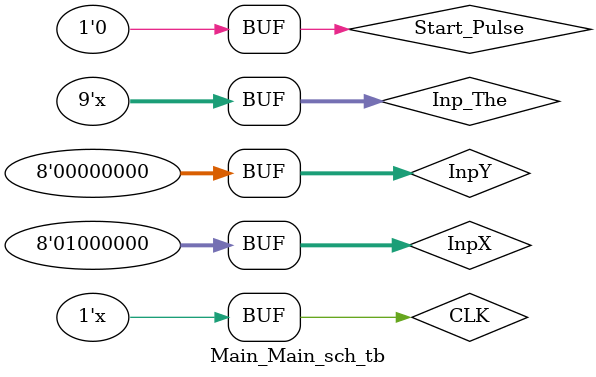
<source format=v>

`timescale 1ns / 1ps

module Main_Main_sch_tb();

// Inputs
   reg CLK;
   reg [8:0] Inp_The;
   reg [7:0] InpY;
   reg [7:0] InpX;
   reg Start_Pulse;

// Output
   wire [7:0] OTPY;
   wire [7:0] OTPX;

// Bidirs

// Instantiate the UUT
   Main UUT (
		.CLK(CLK), 
		.Inp_The(Inp_The), 
		.InpY(InpY), 
		.InpX(InpX), 
		.OTPY(OTPY), 
		.OTPX(OTPX), 
		.Start_Pulse(Start_Pulse)
   );
// Initialize Inputs
	initial begin
	CLK = 0;
	Inp_The = 511;
	InpY = 0;
	InpX = 64;
	Start_Pulse = 1;
   #5;
	Start_Pulse = 0;
	end
	
	always
	begin
	CLK = ~CLK;
	#200;
	end
	
	always
	begin
	#3950
	Inp_The = Inp_The + 1 ;
	Start_Pulse = 1;
   #50;
	Start_Pulse = 0;
	end
	
	
endmodule

</source>
